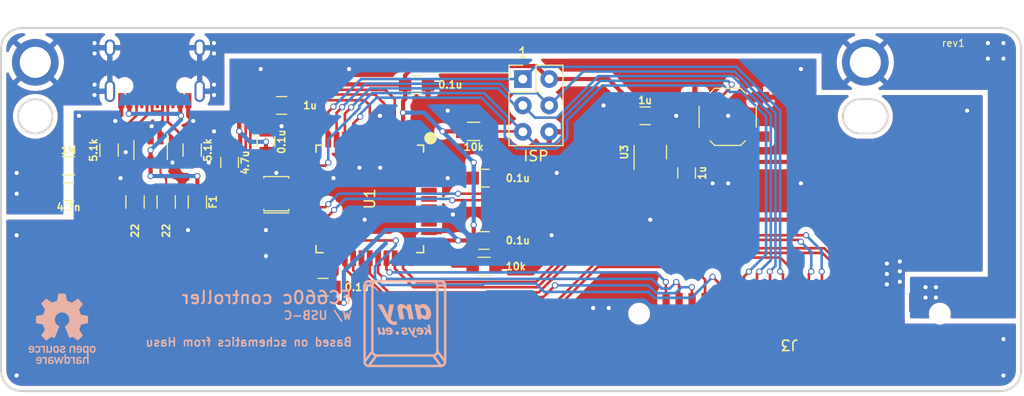
<source format=kicad_pcb>
(kicad_pcb (version 20211014) (generator pcbnew)
  (layers (0 "F.Cu" signal) (31 "B.Cu" signal) (34 "B.Paste" user) (35 "F.Paste" user) (36 "B.SilkS" user "B.Silkscreen") (37 "F.SilkS" user "F.Silkscreen") (38 "B.Mask" user) (39 "F.Mask" user) (44 "Edge.Cuts" user))
  (net 0 "")
  (net 1 "GND")
  (net 2 "VCC")
  (net 3 "RST")
  (net 4 "Earth")
  (net 5 "+3V3")
  (net 7 "Net-(C7-Pad1)")
  (net 8 "Net-(J1-Pad4)")
  (net 10 "P8")
  (net 11 "P1")
  (net 12 "P2")
  (net 13 "P3")
  (net 14 "P4")
  (net 15 "MOSI")
  (net 16 "MISO")
  (net 17 "P5")
  (net 18 "P6")
  (net 19 "P7")
  (net 20 "P11")
  (net 21 "P12")
  (net 22 "P13")
  (net 23 "P14")
  (net 24 "P15")
  (net 36 "D-")
  (net 37 "D+")
  (net 38 "VBUS")
  (net 39 "Net-(U1-Pad17)")
  (net 40 "Net-(U1-Pad16)")
  (net 41 "Net-(J1-Pad5)")
  (net 42 "Net-(R2-Pad2)")
  (net 43 "Net-(R4-Pad1)")
  (net 44 "Net-(R1-Pad2)")
  (net 45 "Net-(J1-Pad6)")
  (net 46 "Net-(J1-Pad10)")
  (footprint "Keeb_components:C_0805" (layer "F.Cu") (at 62 8.5)
    (fp_text reference "C9")
    (fp_text value "1u")
  )
  (footprint "Keeb_components:C_0805" (layer "F.Cu") (at 46.5 20.5)
    (fp_text reference "C2")
    (fp_text value "0.1u")
  )
  (footprint "Keeb_components:C_0805" (layer "F.Cu") (at 25.5 11 90)
    (fp_text reference "C5")
    (fp_text value "0.1u")
  )
  (footprint "Keeb_components:F_0805" (layer "F.Cu") (at 18.9 16.8 90)
    (fp_text reference "F1")
    (fp_text value "Polyfuse_Small" hide)
  )
  (footprint "Keeb_components:R_0805" (layer "F.Cu") (at 18.4 11.8 -90)
    (fp_text reference "R5" hide)
    (fp_text value "5.1k")
  )
  (footprint "Keeb_components:HRO-TYPE-C-31-M-12" (layer "F.Cu") (at 14.8 -0.65)
    (fp_text reference "J1")
    (fp_text value "HRO-TYPE-C-31-M-12")
  )
  (footprint "Keeb_components:C_0805" (layer "F.Cu") (at 22 13 90)
    (fp_text reference "C6")
    (fp_text value "4.7u")
  )
  (footprint "Keeb_components:C_0805" (layer "F.Cu") (at 27 7.5 180)
    (fp_text reference "C7")
    (fp_text value "1u")
  )
  (footprint "Keeb_components:C_0805" (layer "F.Cu") (at 40 5.5)
    (fp_text reference "C3")
    (fp_text value "0.1u")
  )
  (footprint "footprints:DF14-20P-1.25H" (layer "F.Cu") (at 75.9 27.55 180)
    (fp_text reference "J3")
    (fp_text value "DF14-20P-1.25H")
  )
  (footprint "Keeb_components:C_0805" (layer "F.Cu") (at 6.5 15.8)
    (fp_text reference "C8")
    (fp_text value "4.7n")
  )
  (footprint "Keeb_components:C_0805" (layer "F.Cu") (at 46.5 14.5)
    (fp_text reference "C1")
    (fp_text value "0.1u")
  )
  (footprint "footprints:screw" (layer "F.Cu") (at 3.3 3.35)
    (fp_text reference "S1" hide)
    (fp_text value "SCREW" hide)
  )
  (footprint "Keeb_components:C_0805" (layer "F.Cu") (at 66 14 -90)
    (fp_text reference "C10")
    (fp_text value "1u")
  )
  (footprint "Keeb_components:R_0805" (layer "F.Cu") (at 46.5 23)
    (fp_text reference "R4" hide)
    (fp_text value "10k")
  )
  (footprint "Keeb_components:Resonator_SMD_muRata_CSTNExxV-3Pin-p1.2" (layer "F.Cu") (at 26.5 16 90)
    (fp_text reference "X1" hide)
    (fp_text value "16mhz")
  )
  (footprint "Keeb_components:R_0805" (layer "F.Cu") (at 12.9 16.8 -90)
    (fp_text reference "R1" hide)
    (fp_text value "22")
  )
  (footprint "Package_TO_SOT_SMD:SOT-23" (layer "F.Cu") (at 62.5 12 90)
    (fp_text reference "U3")
    (fp_text value "XC6206P332MR")
  )
  (footprint "footprints:screw" (layer "F.Cu") (at 83.2 3.35)
    (fp_text reference "S2" hide)
    (fp_text value "SCREW" hide)
  )
  (footprint "Keeb_components:R_0805" (layer "F.Cu") (at 10.4 11.8 -90)
    (fp_text reference "R6" hide)
    (fp_text value "5.1k")
  )
  (footprint "Keeb_components:C_0805" (layer "F.Cu") (at 31 25 180)
    (fp_text reference "C4")
    (fp_text value "0.1u")
  )
  (footprint "Keeb_components:isp_standard" (layer "F.Cu") (at 51.5 7.5)
    (fp_text reference "J2" hide)
    (fp_text value "ISP")
  )
  (footprint "Keeb_components:ATMEGA32U4" (layer "F.Cu") (at 35.5 16.5 180)
    (fp_text reference "U1")
    (fp_text value "ATmega32U4")
  )
  (footprint "Button_Switch_SMD:SW_SPST_TL3342" (layer "F.Cu") (at 69.95 8.6)
    (fp_text reference "SW1" hide)
    (fp_text value "SW_PUSH")
  )
  (footprint "Keeb_components:R_0805" (layer "F.Cu") (at 6.5 13.3 180)
    (fp_text reference "R7" hide)
    (fp_text value "1M")
  )
  (footprint "Keeb_components:USBLC6-2SC6" (layer "F.Cu") (at 14.4 11.8 90)
    (fp_text reference "U2" hide)
    (fp_text value "USBLC6-2SC6")
  )
  (footprint "Keeb_components:R_0805" (layer "F.Cu") (at 15.9 16.8 -90)
    (fp_text reference "R2" hide)
    (fp_text value "22")
  )
  (footprint "Keeb_components:R_0805" (layer "F.Cu") (at 45.5 10)
    (fp_text reference "R3" hide)
    (fp_text value "10k")
  )
  (footprint "Keeb_components:logo" (layer "B.Cu") (at 38.876568 28.5 180)
    (fp_text reference "G***" hide)
    (fp_text value "LOGO" hide)
  )
  (footprint "Keeb_components:oshw" (layer "B.Cu") (at 5.876568 29 180)
    (fp_text reference "G***" hide)
    (fp_text value "LOGO" hide)
  )
  (gr_circle (center 3.3 8.55) (end 4.95 8.55) (layer "Edge.Cuts") (width 0.2) (fill none))
  (gr_arc (start 83.7 6.9) (mid 85.35 8.55) (end 83.7 10.2) (layer "Edge.Cuts") (width 0.2))
  (gr_line (start 0 33) (end 0 2.05) (layer "Edge.Cuts") (width 0.2))
  (gr_line (start 83.7 10.2) (end 82.699999 10.2) (layer "Edge.Cuts") (width 0.2))
  (gr_arc (start 98.199999 33.000001) (mid 97.614213 34.414214) (end 96.2 35) (layer "Edge.Cuts") (width 0.2))
  (gr_arc (start 2 35) (mid 0.585786 34.414214) (end 0 33) (layer "Edge.Cuts") (width 0.2))
  (gr_line (start 98.2 2.05) (end 98.2 33) (layer "Edge.Cuts") (width 0.2))
  (gr_arc (start 96.2 0.05) (mid 97.614214 0.635786) (end 98.2 2.05) (layer "Edge.Cuts") (width 0.2))
  (gr_arc (start 82.699999 10.2) (mid 81.049999 8.55) (end 82.699999 6.9) (layer "Edge.Cuts") (width 0.2))
  (gr_line (start 1.999999 0.05) (end 96.2 0.050001) (layer "Edge.Cuts") (width 0.2))
  (gr_line (start 82.699999 6.9) (end 83.7 6.9) (layer "Edge.Cuts") (width 0.2))
  (gr_line (start 96.2 35) (end 1.999999 35) (layer "Edge.Cuts") (width 0.2))
  (gr_arc (start -0.000001 2.05) (mid 0.585785 0.635786) (end 1.999999 0.05) (layer "Edge.Cuts") (width 0.2))
  (gr_text "W/ USB-C\n\nBased on schematics from Hasu" (at 33.876568 29) (layer "B.SilkS") (effects (font (size 0.8 0.8)) (justify left mirror)))
  (gr_text "FC660c controller" (at 33.876568 26) (layer "B.SilkS") (effects (font (size 1.2 1.2) (thickness 0.2)) (justify left mirror)))
  (gr_text "rev1" (at 90.5 1.5) (layer "F.SilkS") (effects (font (size 0.7 0.7) (thickness 0.1)) (justify left)))
  (segment (start 85.275 23.725) (end 85.275 22.725) (width 0.4) (layer "F.Cu") (net 1))
  (segment (start 25.9 8.6) (end 25.5 9) (width 0.4) (layer "F.Cu") (net 1))
  (segment (start 31.6 14.9) (end 32 14.5) (width 0.4) (layer "F.Cu") (net 1))
  (segment (start 86.525 24.475) (end 86.525 23.475) (width 0.4) (layer "F.Cu") (net 1))
  (segment (start 11.575 8.425) (end 11 9) (width 0.4) (layer "F.Cu") (net 1))
  (segment (start 36.3 10.8) (end 36.3 8.6755) (width 0.4) (layer "F.Cu") (net 1))
  (segment (start 18.025 8.525) (end 18.5 9) (width 0.4) (layer "F.Cu") (net 1))
  (segment (start 18.025 7.045) (end 18.025 8.525) (width 0.4) (layer "F.Cu") (net 1))
  (segment (start 11.575 7.045) (end 11.575 8.425) (width 0.4) (layer "F.Cu") (net 1))
  (segment (start 86.525 26.45) (end 86.525 24.475) (width 0.4) (layer "F.Cu") (net 1))
  (segment (start 28 14) (end 26.5 14) (width 0.4) (layer "F.Cu") (net 1))
  (segment (start 43 13.95) (end 43 14.5) (width 0.4) (layer "F.Cu") (net 1))
  (segment (start 86.525 23.475) (end 86.525 22.525) (width 0.4) (layer "F.Cu") (net 1))
  (segment (start 28.9 14.9) (end 28 14) (width 0.4) (layer "F.Cu") (net 1))
  (segment (start 29.8 14.9) (end 31.6 14.9) (width 0.4) (layer "F.Cu") (net 1))
  (segment (start 41.2 19.7) (end 42.3 19.7) (width 0.4) (layer "F.Cu") (net 1))
  (segment (start 42.3 19.7) (end 43.5 18.5) (width 0.4) (layer "F.Cu") (net 1))
  (segment (start 85.275 24.725) (end 85.275 23.725) (width 0.4) (layer "F.Cu") (net 1))
  (segment (start 43.5 18.5) (end 43.5 18) (width 0.4) (layer "F.Cu") (net 1))
  (segment (start 36.3 8.6755) (end 36.4755 8.5) (width 0.4) (layer "F.Cu") (net 1))
  (segment (start 25.9 7.5) (end 25.9 8.6) (width 0.4) (layer "F.Cu") (net 1))
  (segment (start 41.2 13.3) (end 42.35 13.3) (width 0.4) (layer "F.Cu") (net 1))
  (segment (start 29.8 14.9) (end 28.9 14.9) (width 0.4) (layer "F.Cu") (net 1))
  (segment (start 25.5 9) (end 25.5 9.9) (width 0.4) (layer "F.Cu") (net 1))
  (segment (start 42.35 13.3) (end 43 13.95) (width 0.4) (layer "F.Cu") (net 1))
  (segment (start 85.275 26.45) (end 85.275 24.725) (width 0.4) (layer "F.Cu") (net 1))
  (via (at 25.5 22) (size 0.6) (drill 0.4) (layers "F.Cu" "B.Cu") (net 1))
  (via (at 77 15) (size 0.6) (drill 0.4) (layers "F.Cu" "B.Cu") (net 1))
  (via (at 86.525 23.475) (size 0.6) (drill 0.4) (layers "F.Cu" "B.Cu") (net 1))
  (via (at 35 18.5) (size 0.6) (drill 0.4) (layers "F.Cu" "B.Cu") (net 1))
  (via (at 53.5 14) (size 0.6) (drill 0.4) (layers "F.Cu" "B.Cu") (net 1))
  (via (at 27 9.5) (size 0.6) (drill 0.4) (layers "F.Cu" "B.Cu") (net 1))
  (via (at 53 20) (size 0.6) (drill 0.4) (layers "F.Cu" "B.Cu") (net 1))
  (via (at 65 8.5) (size 0.6) (drill 0.4) (layers "F.Cu" "B.Cu") (net 1))
  (via (at 16.5 13) (size 0.6) (drill 0.4) (layers "F.Cu" "B.Cu") (net 1))
  (via (at 20.5 10) (size 0.6) (drill 0.4) (layers "F.Cu" "B.Cu") (net 1))
  (via (at 1.5 33.5) (size 0.6) (drill 0.4) (layers "F.Cu" "B.Cu") (net 1))
  (via (at 18.5 9) (size 0.6) (drill 0.4) (layers "F.Cu" "B.Cu") (net 1))
  (via (at 86.525 24.475) (size 0.6) (drill 0.4) (layers "F.Cu" "B.Cu") (net 1))
  (via (at 26.5 14) (size 0.6) (drill 0.4) (layers "F.Cu" "B.Cu") (net 1))
  (via (at 68.5 15) (size 0.6) (drill 0.4) (layers "F.Cu" "B.Cu") (net 1))
  (via (at 43 14.5) (size 0.6) (drill 0.4) (layers "F.Cu" "B.Cu") (net 1))
  (via (at 43 8) (size 0.6) (drill 0.4) (layers "F.Cu" "B.Cu") (net 1))
  (via (at 58.5 27) (size 0.6) (drill 0.4) (layers "F.Cu" "B.Cu") (net 1))
  (via (at 70 8.5) (size 0.6) (drill 0.4) (layers "F.Cu" "B.Cu") (net 1))
  (via (at 85.275 22.725) (size 0.6) (drill 0.4) (layers "F.Cu" "B.Cu") (net 1))
  (via (at 62.5 18.5) (size 0.6) (drill 0.4) (layers "F.Cu" "B.Cu") (net 1))
  (via (at 43.5 18) (size 0.6) (drill 0.4) (layers "F.Cu" "B.Cu") (net 1))
  (via (at 11 9) (size 0.6) (drill 0.4) (layers "F.Cu" "B.Cu") (net 1))
  (via (at 12 12) (size 0.6) (drill 0.4) (layers "F.Cu" "B.Cu") (net 1))
  (via (at 93 8) (size 0.6) (drill 0.4) (layers "F.Cu" "B.Cu") (net 1))
  (via (at 14.5 9.5) (size 0.6) (drill 0.4) (layers "F.Cu" "B.Cu") (net 1))
  (via (at 96.5 33.5) (size 0.6) (drill 0.4) (layers "F.Cu" "B.Cu") (net 1))
  (via (at 36.4755 8.5) (size 0.6) (drill 0.4) (layers "F.Cu" "B.Cu") (net 1))
  (via (at 70 15) (size 0.6) (drill 0.4) (layers "F.Cu" "B.Cu") (net 1))
  (via (at 1.5 20) (size 0.6) (drill 0.4) (layers "F.Cu" "B.Cu") (net 1))
  (via (at 57 27) (size 0.6) (drill 0.4) (layers "F.Cu" "B.Cu") (net 1))
  (via (at 11.5 14.5) (size 0.6) (drill 0.4) (layers "F.Cu" "B.Cu") (net 1))
  (via (at 20 13) (size 0.6) (drill 0.4) (layers "F.Cu" "B.Cu") (net 1))
  (via (at 96.5 30) (size 0.6) (drill 0.4) (layers "F.Cu" "B.Cu") (net 1))
  (via (at 36.5 13.5) (size 0.6) (drill 0.4) (layers "F.Cu" "B.Cu") (net 1))
  (via (at 25 4) (size 0.6) (drill 0.4) (layers "F.Cu" "B.Cu") (net 1))
  (via (at 33.5 4) (size 0.6) (drill 0.4) (layers "F.Cu" "B.Cu") (net 1))
  (via (at 85.275 24.725) (size 0.6) (drill 0.4) (layers "F.Cu" "B.Cu") (net 1))
  (via (at 7.5 8.5) (size 0.6) (drill 0.4) (layers "F.Cu" "B.Cu") (net 1))
  (via (at 34.5 13.5) (size 0.6) (drill 0.4) (layers "F.Cu" "B.Cu") (net 1))
  (via (at 86.525 22.525) (size 0.6) (drill 0.4) (layers "F.Cu" "B.Cu") (net 1))
  (via (at 85.275 23.725) (size 0.6) (drill 0.4) (layers "F.Cu" "B.Cu") (net 1))
  (via (at 32 14.5) (size 0.6) (drill 0.4) (layers "F.Cu" "B.Cu") (net 1))
  (via (at 18 19.5) (size 0.6) (drill 0.4) (layers "F.Cu" "B.Cu") (net 1))
  (via (at 58 7.5) (size 0.6) (drill 0.4) (layers "F.Cu" "B.Cu") (net 1))
  (via (at 25.5 19.5) (size 0.6) (drill 0.4) (layers "F.Cu" "B.Cu") (net 1))
  (via (at 77 4) (size 0.6) (drill 0.4) (layers "F.Cu" "B.Cu") (net 1))
  (segment (start 23.024511 10.07402) (end 22.92598 9.975489) (width 0.4) (layer "F.Cu") (net 2))
  (segment (start 34.7 10.8) (end 34.7 11.824022) (width 0.4) (layer "F.Cu") (net 2))
  (segment (start 60.9 8.5) (end 60.9 10.4) (width 0.4) (layer "F.Cu") (net 2))
  (segment (start 28.94785 14.1) (end 26.94785 12.1) (width 0.4) (layer "F.Cu") (net 2))
  (segment (start 41.2 20.5) (end 45.4 20.5) (width 0.4) (layer "F.Cu") (net 2))
  (segment (start 29.8 14.1) (end 28.94785 14.1) (width 0.4) (layer "F.Cu") (net 2))
  (segment (start 45.5 20.4) (end 45.4 20.5) (width 0.4) (layer "F.Cu") (net 2))
  (segment (start 44.4 10) (end 42.5 10) (width 0.4) (layer "F.Cu") (net 2))
  (segment (start 82.775 21.775) (end 79.5 18.5) (width 0.4) (layer "F.Cu") (net 2))
  (segment (start 22.92598 7.332237) (end 24.782737 5.47548) (width 0.4) (layer "F.Cu") (net 2))
  (segment (start 38.9 6.9) (end 38.9 5.5) (width 0.4) (layer "F.Cu") (net 2))
  (segment (start 26.94785 12.1) (end 25.5 12.1) (width 0.4) (layer "F.Cu") (net 2))
  (segment (start 22 14.1) (end 23.024511 13.075489) (width 0.4) (layer "F.Cu") (net 2))
  (segment (start 41.2 12.5) (end 42.5 12.5) (width 0.4) (layer "F.Cu") (net 2))
  (segment (start 35.375978 12.5) (end 38.024022 12.5) (width 0.4) (layer "F.Cu") (net 2))
  (segment (start 32.1 23.9) (end 32.3 23.7) (width 0.4) (layer "F.Cu") (net 2))
  (segment (start 32.3 22.2) (end 32.3 23.7) (width 0.4) (layer "F.Cu") (net 2))
  (segment (start 22 18) (end 21 19) (width 0.4) (layer "F.Cu") (net 2))
  (segment (start 45.5 19) (end 45.5 20.4) (width 0.4) (layer "F.Cu") (net 2))
  (segment (start 39.789511 3.710489) (end 38.9 4.6) (width 0.4) (layer "F.Cu") (net 2))
  (segment (start 62.5 16.5) (end 62.5 11.0625) (width 0.4) (layer "F.Cu") (net 2))
  (segment (start 38.7 10.8) (end 38.7 7.1) (width 0.4) (layer "F.Cu") (net 2))
  (segment (start 58.46 4.96) (end 60.9 7.4) (width 0.4) (layer "F.Cu") (net 2))
  (segment (start 64.5 18.5) (end 62.5 16.5) (width 0.4) (layer "F.Cu") (net 2))
  (segment (start 38.87548 5.47548) (end 38.9 5.5) (width 0.4) (layer "F.Cu") (net 2))
  (segment (start 44.5 14.5) (end 45.4 14.5) (width 0.4) (layer "F.Cu") (net 2))
  (segment (start 20 19) (end 18.9 17.9) (width 0.4) (layer "F.Cu") (net 2))
  (segment (start 38.7 11.824022) (end 38.7 10.8) (width 0.4) (layer "F.Cu") (net 2))
  (segment (start 38.9 4.6) (end 38.9 5.5) (width 0.4) (layer "F.Cu") (net 2))
  (segment (start 22.92598 9.975489) (end 22.92598 7.332237) (width 0.4) (layer "F.Cu") (net 2))
  (segment (start 38.024022 12.5) (end 38.7 11.824022) (width 0.4) (layer "F.Cu") (net 2))
  (segment (start 25.5 12.1) (end 25.5 11) (width 0.4) (layer "F.Cu") (net 2))
  (segment (start 52.77 4.96) (end 51.520489 3.710489) (width 0.4) (layer "F.Cu") (net 2))
  (segment (start 45.5 13) (end 45.5 14.4) (width 0.4) (layer "F.Cu") (net 2))
  (segment (start 51.520489 3.710489) (end 39.789511 3.710489) (width 0.4) (layer "F.Cu") (net 2))
  (segment (start 23.024511 13.075489) (end 23.024511 10.07402) (width 0.4) (layer "F.Cu") (net 2))
  (segment (start 32.1 25) (end 32.1 26.1) (width 0.4) (layer "F.Cu") (net 2))
  (segment (start 60.9 10.4) (end 61.5625 11.0625) (width 0.4) (layer "F.Cu") (net 2))
  (segment (start 45.5 14.4) (end 45.4 14.5) (width 0.4) (layer "F.Cu") (net 2))
  (segment (start 61.5625 11.0625) (end 62.5 11.0625) (width 0.4) (layer "F.Cu") (net 2))
  (segment (start 32.1 26.1) (end 32.5 26.5) (width 0.4) (layer "F.Cu") (net 2))
  (segment (start 21 19) (end 20 19) (width 0.4) (layer "F.Cu") (net 2))
  (segment (start 34.7 11.824022) (end 35.375978 12.5) (width 0.4) (layer "F.Cu") (net 2))
  (segment (start 32.1 25) (end 32.1 23.9) (width 0.4) (layer "F.Cu") (net 2))
  (segment (start 42.5 12.5) (end 44.5 14.5) (width 0.4) (layer "F.Cu") (net 2))
  (segment (start 79.5 18.5) (end 64.5 18.5) (width 0.4) (layer "F.Cu") (net 2))
  (segment (start 82.775 26.45) (end 82.775 21.775) (width 0.4) (layer "F.Cu") (net 2))
  (segment (start 60.9 7.4) (end 60.9 8.5) (width 0.4) (layer "F.Cu") (net 2))
  (segment (start 38.7 7.1) (end 38.9 6.9) (width 0.4) (layer "F.Cu") (net 2))
  (segment (start 22 14.1) (end 22 18) (width 0.4) (layer "F.Cu") (net 2))
  (segment (start 52.77 4.96) (end 58.46 4.96) (width 0.4) (layer "F.Cu") (net 2))
  (segment (start 24.782737 5.47548) (end 38.87548 5.47548) (width 0.4) (layer "F.Cu") (net 2))
  (segment (start 33 26.5) (end 32.5 26.5) (width 0.4) (layer "F.Cu") (net 2))
  (via (at 33 26.5) (size 0.6) (drill 0.4) (layers "F.Cu" "B.Cu") (net 2))
  (via (at 45.5 19) (size 0.6) (drill 0.4) (layers "F.Cu" "B.Cu") (net 2))
  (via (at 25.5 11) (size 0.6) (drill 0.4) (layers "F.Cu" "B.Cu") (net 2))
  (via (at 42.5 10) (size 0.6) (drill 0.4) (layers "F.Cu" "B.Cu") (net 2))
  (via (at 22.92598 9.975489) (size 0.6) (drill 0.4) (layers "F.Cu" "B.Cu") (net 2))
  (via (at 44 20.5) (size 0.6) (drill 0.4) (layers "F.Cu" "B.Cu") (net 2))
  (via (at 38.7 8.2) (size 0.6) (drill 0.4) (layers "F.Cu" "B.Cu") (net 2))
  (via (at 45.5 13) (size 0.6) (drill 0.4) (layers "F.Cu" "B.Cu") (net 2))
  (segment (start 25.5 11) (end 23.950491 11) (width 0.4) (layer "B.Cu") (net 2))
  (segment (start 40.7 8.2) (end 38.7 8.2) (width 0.4) (layer "B.Cu") (net 2))
  (segment (start 45.5 13) (end 45.5 19) (width 0.4) (layer "B.Cu") (net 2))
  (segment (start 37 19.5) (end 34.5 22) (width 0.4) (layer "B.Cu") (net 2))
  (segment (start 34.5 22) (end 33 23.5) (width 0.4) (layer "B.Cu") (net 2))
  (segment (start 42.5 10) (end 40.7 8.2) (width 0.4) (layer "B.Cu") (net 2))
  (segment (start 33 23.5) (end 33 26.5) (width 0.4) (layer "B.Cu") (net 2))
  (segment (start 43 19.5) (end 38 19.5) (width 0.4) (layer "B.Cu") (net 2))
  (segment (start 45.5 13) (end 42.5 10) (width 0.4) (layer "B.Cu") (net 2))
  (segment (start 38 19.5) (end 37 19.5) (width 0.4) (layer "B.Cu") (net 2))
  (segment (start 44 20.5) (end 43 19.5) (width 0.4) (layer "B.Cu") (net 2))
  (segment (start 23.950491 11) (end 22.92598 9.975489) (width 0.4) (layer "B.Cu") (net 2))
  (segment (start 70.337348 5.662652) (end 70.337348 5.491962) (width 0.25) (layer "F.Cu") (net 3))
  (segment (start 31.2 13.3) (end 31.5 13) (width 0.25) (layer "F.Cu") (net 3))
  (segment (start 46.6 10) (end 50.19 10) (width 0.25) (layer "F.Cu") (net 3))
  (segment (start 66.8 9.2) (end 70.337348 5.662652) (width 0.25) (layer "F.Cu") (net 3))
  (segment (start 66.8 10.5) (end 73.1 10.5) (width 0.25) (layer "F.Cu") (net 3))
  (segment (start 50.19 10) (end 50.23 10.04) (width 0.25) (layer "F.Cu") (net 3))
  (segment (start 29.8 13.3) (end 31.2 13.3) (width 0.25) (layer "F.Cu") (net 3))
  (segment (start 66.8 10.5) (end 66.8 9.2) (width 0.25) (layer "F.Cu") (net 3))
  (via (at 31.5 13) (size 0.6) (drill 0.4) (layers "F.Cu" "B.Cu") (net 3))
  (via (at 70.337348 5.491962) (size 0.6) (drill 0.4) (layers "F.Cu" "B.Cu") (net 3))
  (segment (start 35.718013 6.30856) (end 34.5 7.526573) (width 0.25) (layer "B.Cu") (net 3))
  (segment (start 34.5 7.774048) (end 31.5 10.774048) (width 0.25) (layer "B.Cu") (net 3))
  (segment (start 31.5 10.774048) (end 31.5 13) (width 0.25) (layer "B.Cu") (net 3))
  (segment (start 54 8.820247) (end 55.160124 7.660123) (width 0.25) (layer "B.Cu") (net 3))
  (segment (start 50.23 10.04) (end 46.49856 6.30856) (width 0.25) (layer "B.Cu") (net 3))
  (segment (start 57.686198 5.134049) (end 58.5 5.134049) (width 0.25) (layer "B.Cu") (net 3))
  (segment (start 53.285489 11.214511) (end 54 10.5) (width 0.25) (layer "B.Cu") (net 3))
  (segment (start 51.404511 11.214511) (end 53.285489 11.214511) (width 0.25) (layer "B.Cu") (net 3))
  (segment (start 54 9) (end 54 8.820247) (width 0.25) (layer "B.Cu") (net 3))
  (segment (start 69.979435 5.134049) (end 70.337348 5.491962) (width 0.25) (layer "B.Cu") (net 3))
  (segment (start 50.23 10.04) (end 51.404511 11.214511) (width 0.25) (layer "B.Cu") (net 3))
  (segment (start 46.49856 6.30856) (end 35.718013 6.30856) (width 0.25) (layer "B.Cu") (net 3))
  (segment (start 54 10.5) (end 54 9) (width 0.25) (layer "B.Cu") (net 3))
  (segment (start 55.160124 7.660123) (end 57.686198 5.134049) (width 0.25) (layer "B.Cu") (net 3))
  (segment (start 58.5 5.134049) (end 69.979435 5.134049) (width 0.25) (layer "B.Cu") (net 3))
  (segment (start 34.5 7.526573) (end 34.5 7.774048) (width 0.25) (layer "B.Cu") (net 3))
  (via (at 95 3) (size 0.6) (drill 0.4) (layers "F.Cu" "B.Cu") (net 4))
  (via (at 9 5.5) (size 0.6) (drill 0.4) (layers "F.Cu" "B.Cu") (net 4))
  (via (at 89 26) (size 0.6) (drill 0.4) (layers "F.Cu" "B.Cu") (net 4))
  (via (at 95 1.5) (size 0.6) (drill 0.4) (layers "F.Cu" "B.Cu") (net 4))
  (via (at 1.5 14) (size 0.6) (drill 0.4) (layers "F.Cu" "B.Cu") (net 4))
  (via (at 90 25) (size 0.6) (drill 0.4) (layers "F.Cu" "B.Cu") (net 4))
  (via (at 96.5 3) (size 0.6) (drill 0.4) (layers "F.Cu" "B.Cu") (net 4))
  (via (at 20.5 5.5) (size 0.6) (drill 0.4) (layers "F.Cu" "B.Cu") (net 4))
  (via (at 89 25) (size 0.6) (drill 0.4) (layers "F.Cu" "B.Cu") (net 4))
  (via (at 20.5 1.5) (size 0.6) (drill 0.4) (layers "F.Cu" "B.Cu") (net 4))
  (via (at 20.5 2.5) (size 0.6) (drill 0.4) (layers "F.Cu" "B.Cu") (net 4))
  (via (at 9 2.5) (size 0.6) (drill 0.4) (layers "F.Cu" "B.Cu") (net 4))
  (via (at 96.5 1.5) (size 0.6) (drill 0.4) (layers "F.Cu" "B.Cu") (net 4))
  (via (at 9 6.5) (size 0.6) (drill 0.4) (layers "F.Cu" "B.Cu") (net 4))
  (via (at 90 26) (size 0.6) (drill 0.4) (layers "F.Cu" "B.Cu") (net 4))
  (via (at 20.5 6.5) (size 0.6) (drill 0.4) (layers "F.Cu" "B.Cu") (net 4))
  (via (at 1.5 16) (size 0.6) (drill 0.4) (layers "F.Cu" "B.Cu") (net 4))
  (via (at 9 1.5) (size 0.6) (drill 0.4) (layers "F.Cu" "B.Cu") (net 4))
  (segment (start 84.025 26.45) (end 84.025 19.525) (width 0.4) (layer "F.Cu") (net 5))
  (segment (start 67 13) (end 66.1 13) (width 0.4) (layer "F.Cu") (net 5))
  (segment (start 77.4375 12.9375) (end 67.0625 12.9375) (width 0.4) (layer "F.Cu") (net 5))
  (segment (start 66 12.9) (end 63.4875 12.9) (width 0.4) (layer "F.Cu") (net 5))
  (segment (start 67.0625 12.9375) (end 67 13) (width 0.4) (layer "F.Cu") (net 5))
  (segment (start 66.1 13) (end 66 12.9) (width 0.4) (layer "F.Cu") (net 5))
  (segment (start 84.025 19.525) (end 77.4375 12.9375) (width 0.4) (layer "F.Cu") (net 5))
  (segment (start 63.4875 12.9) (end 63.45 12.9375) (width 0.4) (layer "F.Cu") (net 5))
  (segment (start 29 7.5) (end 29.5 7) (width 0.25) (layer "F.Cu") (net 7))
  (segment (start 35.5 7.5) (end 35.5 10.8) (width 0.25) (layer "F.Cu") (net 7))
  (segment (start 29.5 7) (end 35 7) (width 0.25) (layer "F.Cu") (net 7))
  (segment (start 35 7) (end 35.5 7.5) (width 0.25) (layer "F.Cu") (net 7))
  (segment (start 28.1 7.5) (end 29 7.5) (width 0.25) (layer "F.Cu") (net 7))
  (segment (start 17.7 10.7) (end 18.4 10.7) (width 0.25) (layer "F.Cu") (net 8))
  (segment (start 16.05 9.05) (end 17.7 10.7) (width 0.25) (layer "F.Cu") (net 8))
  (segment (start 16.05 7.045) (end 16.05 9.05) (width 0.25) (layer "F.Cu") (net 8))
  (segment (start 33.1 10.8) (end 33.1 8.290855) (width 0.25) (layer "F.Cu") (net 10))
  (segment (start 73 23.5) (end 72.775 23.725) (width 0.25) (layer "F.Cu") (net 10))
  (segment (start 33.1 8.290855) (end 33.703051 7.687804) (width 0.25) (layer "F.Cu") (net 10))
  (segment (start 72.775 23.725) (end 72.775 26.45) (width 0.25) (layer "F.Cu") (net 10))
  (via (at 33.703051 7.687804) (size 0.6) (drill 0.4) (layers "F.Cu" "B.Cu") (net 10))
  (via (at 73 23.5) (size 0.6) (drill 0.4) (layers "F.Cu" "B.Cu") (net 10))
  (segment (start 53.510018 8.674511) (end 57.5 4.684529) (width 0.25) (layer "B.Cu") (net 10))
  (segment (start 47.85904 5.85904) (end 49.5 7.5) (width 0.25) (layer "B.Cu") (net 10))
  (segment (start 49.5 7.5) (end 50.23 7.5) (width 0.25) (layer "B.Cu") (net 10))
  (segment (start 57.5 4.684529) (end 62.5 4.684529) (width 0.25) (layer "B.Cu") (net 10))
  (segment (start 74.10096 13) (end 74.10096 22.39904) (width 0.25) (layer "B.Cu") (net 10))
  (segment (start 51.404511 8.674511) (end 53.510018 8.674511) (width 0.25) (layer "B.Cu") (net 10))
  (segment (start 62.5 4.684529) (end 70.413093 4.684529) (width 0.25) (layer "B.Cu") (net 10))
  (segment (start 70.413093 4.684529) (end 73.114282 7.385718) (width 0.25) (layer "B.Cu") (net 10))
  (segment (start 35.531815 5.85904) (end 47.85904 5.85904) (width 0.25) (layer "B.Cu") (net 10))
  (segment (start 73.114282 7.385718) (end 74.10096 8.372396) (width 0.25) (layer "B.Cu") (net 10))
  (segment (start 74.10096 22.39904) (end 73.5 23) (width 0.25) (layer "B.Cu") (net 10))
  (segment (start 50.23 7.5) (end 51.404511 8.674511) (width 0.25) (layer "B.Cu") (net 10))
  (segment (start 33.703051 7.687804) (end 35.531815 5.85904) (width 0.25) (layer "B.Cu") (net 10))
  (segment (start 73.5 23) (end 73 23.5) (width 0.25) (layer "B.Cu") (net 10))
  (segment (start 74.10096 8.372396) (end 74.10096 13) (width 0.25) (layer "B.Cu") (net 10))
  (segment (start 37.1 23.2743) (end 37.4004 23.5747) (width 0.25) (layer "F.Cu") (net 11))
  (segment (start 64 24.5) (end 64 26.425) (width 0.25) (layer "F.Cu") (net 11))
  (segment (start 37.1 22.2) (end 37.1 23.2743) (width 0.25) (layer "F.Cu") (net 11))
  (segment (start 64 26.425) (end 64.025 26.45) (width 0.25) (layer "F.Cu") (net 11))
  (via (at 37.4004 23.5747) (size 0.6) (drill 0.4) (layers "F.Cu" "B.Cu") (net 11))
  (via (at 64 24.5) (size 0.6) (drill 0.4) (layers "F.Cu" "B.Cu") (net 11))
  (segment (start 63.0747 23.5747) (end 64 24.5) (width 0.25) (layer "B.Cu") (net 11))
  (segment (start 37.4004 23.5747) (end 63.0747 23.5747) (width 0.25) (layer "B.Cu") (net 11))
  (segment (start 65.275 26.45) (end 65.275 24.775) (width 0.25) (layer "F.Cu") (net 12))
  (segment (start 36.3 22.2) (end 36.3 23.604519) (width 0.25) (layer "F.Cu") (net 12))
  (segment (start 65.275 24.775) (end 65 24.5) (width 0.25) (layer "F.Cu") (net 12))
  (segment (start 36.3 23.604519) (end 36.851223 24.155742) (width 0.25) (layer "F.Cu") (net 12))
  (via (at 65 24.5) (size 0.6) (drill 0.4) (layers "F.Cu" "B.Cu") (net 12))
  (via (at 36.851223 24.155742) (size 0.6) (drill 0.4) (layers "F.Cu" "B.Cu") (net 12))
  (segment (start 36.894692 24.199211) (end 62.674991 24.199211) (width 0.25) (layer "B.Cu") (net 12))
  (segment (start 64.375489 25.124511) (end 65 24.5) (width 0.25) (layer "B.Cu") (net 12))
  (segment (start 63.600291 25.124511) (end 64.375489 25.124511) (width 0.25) (layer "B.Cu") (net 12))
  (segment (start 36.851223 24.155742) (end 36.894692 24.199211) (width 0.25) (layer "B.Cu") (net 12))
  (segment (start 62.674991 24.199211) (end 63.600291 25.124511) (width 0.25) (layer "B.Cu") (net 12))
  (segment (start 52.205094 25.94952) (end 53.327307 24.827307) (width 0.25) (layer "F.Cu") (net 13))
  (segment (start 66.5 26.425) (end 66.525 26.45) (width 0.25) (layer "F.Cu") (net 13))
  (segment (start 37.126091 25.94952) (end 40.5 25.94952) (width 0.25) (layer "F.Cu") (net 13))
  (segment (start 66.5 25) (end 66.5 26.425) (width 0.25) (layer "F.Cu") (net 13))
  (segment (start 40.5 25.94952) (end 52.205094 25.94952) (width 0.25) (layer "F.Cu") (net 13))
  (segment (start 34.7 22.2) (end 34.7 23.52343) (width 0.25) (layer "F.Cu") (net 13))
  (segment (start 34.7 23.52343) (end 37.126091 25.94952) (width 0.25) (layer "F.Cu") (net 13))
  (via (at 53.327307 24.827307) (size 0.6) (drill 0.4) (layers "F.Cu" "B.Cu") (net 13))
  (via (at 66.5 25) (size 0.6) (drill 0.4) (layers "F.Cu" "B.Cu") (net 13))
  (segment (start 63.074031 25.574031) (end 64.925969 25.574031) (width 0.25) (layer "B.Cu") (net 13))
  (segment (start 63 25.5) (end 63.074031 25.574031) (width 0.25) (layer "B.Cu") (net 13))
  (segment (start 64.925969 25.574031) (end 65.5 25) (width 0.25) (layer "B.Cu") (net 13))
  (segment (start 65.5 25) (end 66.5 25) (width 0.25) (layer "B.Cu") (net 13))
  (segment (start 62.327307 24.827307) (end 63 25.5) (width 0.25) (layer "B.Cu") (net 13))
  (segment (start 53.327307 24.827307) (end 62.327307 24.827307) (width 0.25) (layer "B.Cu") (net 13))
  (segment (start 67.775 24.275) (end 67.775 26.45) (width 0.25) (layer "F.Cu") (net 14))
  (segment (start 53.65144 26.84856) (end 57.452909 23.047091) (width 0.25) (layer "F.Cu") (net 14))
  (segment (start 33.1 23.2) (end 36.74856 26.84856) (width 0.25) (layer "F.Cu") (net 14))
  (segment (start 57.452909 23.047091) (end 66.547091 23.047091) (width 0.25) (layer "F.Cu") (net 14))
  (segment (start 66.547091 23.047091) (end 67.775 24.275) (width 0.25) (layer "F.Cu") (net 14))
  (segment (start 33.1 22.2) (end 33.1 23.2) (width 0.25) (layer "F.Cu") (net 14))
  (segment (start 36.74856 26.84856) (end 53.65144 26.84856) (width 0.25) (layer "F.Cu") (net 14))
  (segment (start 74 23.5) (end 74.025 23.525) (width 0.25) (layer "F.Cu") (net 15))
  (segment (start 32.3 10.8) (end 32.3 8.207677) (width 0.25) (layer "F.Cu") (net 15))
  (segment (start 32.3 8.207677) (end 32.84134 7.666337) (width 0.25) (layer "F.Cu") (net 15))
  (segment (start 74.025 23.525) (end 74.025 26.45) (width 0.25) (layer "F.Cu") (net 15))
  (via (at 32.84134 7.666337) (size 0.6) (drill 0.4) (layers "F.Cu" "B.Cu") (net 15))
  (via (at 74 23.5) (size 0.6) (drill 0.4) (layers "F.Cu" "B.Cu") (net 15))
  (segment (start 57.5 4.235009) (end 70.599291 4.235009) (width 0.25) (layer "B.Cu") (net 15))
  (segment (start 49.006449 6.325489) (end 48.09048 5.40952) (width 0.25) (layer "B.Cu") (net 15))
  (segment (start 70.599291 4.235009) (end 74.55048 8.186198) (width 0.25) (layer "B.Cu") (net 15))
  (segment (start 56.034991 4.235009) (end 57.5 4.235009) (width 0.25) (layer "B.Cu") (net 15))
  (segment (start 74.55048 8.186198) (end 74.55048 8.5) (width 0.25) (layer "B.Cu") (net 15))
  (segment (start 52.77 7.5) (end 51.595489 6.325489) (width 0.25) (layer "B.Cu") (net 15))
  (segment (start 74.55048 8.5) (end 74.55048 22.94952) (width 0.25) (layer "B.Cu") (net 15))
  (segment (start 52.77 7.5) (end 56.034991 4.235009) (width 0.25) (layer "B.Cu") (net 15))
  (segment (start 48.09048 5.40952) (end 35.098157 5.40952) (width 0.25) (layer "B.Cu") (net 15))
  (segment (start 35.098157 5.40952) (end 32.84134 7.666337) (width 0.25) (layer "B.Cu") (net 15))
  (segment (start 74.55048 22.94952) (end 74 23.5) (width 0.25) (layer "B.Cu") (net 15))
  (segment (start 51.595489 6.325489) (end 49.006449 6.325489) (width 0.25) (layer "B.Cu") (net 15))
  (segment (start 31.5 8.1245) (end 32 7.6245) (width 0.25) (layer "F.Cu") (net 16))
  (segment (start 75.275 23.775) (end 75.275 26.45) (width 0.25) (layer "F.Cu") (net 16))
  (segment (start 75 23.5) (end 75.275 23.775) (width 0.25) (layer "F.Cu") (net 16))
  (segment (start 31.5 10.8) (end 31.5 8.1245) (width 0.25) (layer "F.Cu") (net 16))
  (via (at 75 23.5) (size 0.6) (drill 0.4) (layers "F.Cu" "B.Cu") (net 16))
  (via (at 32 7.6245) (size 0.6) (drill 0.4) (layers "F.Cu" "B.Cu") (net 16))
  (segment (start 32 7.6245) (end 34.6645 4.96) (width 0.25) (layer "B.Cu") (net 16))
  (segment (start 70.785489 3.785489) (end 74 7) (width 0.25) (layer "B.Cu") (net 16))
  (segment (start 51.404511 3.785489) (end 70.785489 3.785489) (width 0.25) (layer "B.Cu") (net 16))
  (segment (start 74 7) (end 75 8) (width 0.25) (layer "B.Cu") (net 16))
  (segment (start 75 8) (end 75 23.5) (width 0.25) (layer "B.Cu") (net 16))
  (segment (start 50.23 4.96) (end 51.404511 3.785489) (width 0.25) (layer "B.Cu") (net 16))
  (segment (start 34.6645 4.96) (end 50.23 4.96) (width 0.25) (layer "B.Cu") (net 16))
  (segment (start 69.025 26.45) (end 69.025 24.525) (width 0.25) (layer "F.Cu") (net 17))
  (segment (start 69.025 24.525) (end 68.5 24) (width 0.25) (layer "F.Cu") (net 17))
  (segment (start 38 20.5) (end 29.8 20.5) (width 0.25) (layer "F.Cu") (net 17))
  (via (at 38 20.5) (size 0.6) (drill 0.4) (layers "F.Cu" "B.Cu") (net 17))
  (via (at 68.5 24) (size 0.6) (drill 0.4) (layers "F.Cu" "B.Cu") (net 17))
  (segment (start 36.592541 24.780253) (end 46.368478 24.780253) (width 0.25) (layer "B.Cu") (net 17))
  (segment (start 38 21) (end 36 23) (width 0.25) (layer "B.Cu") (net 17))
  (segment (start 46.5 24.648731) (end 51.5 24.648731) (width 0.25) (layer "B.Cu") (net 17))
  (segment (start 66.476449 26.023551) (end 68.5 24) (width 0.25) (layer "B.Cu") (net 17))
  (segment (start 51.5 24.648731) (end 52.303087 25.451818) (width 0.25) (layer "B.Cu") (net 17))
  (segment (start 38 20.5) (end 38 21) (width 0.25) (layer "B.Cu") (net 17))
  (segment (start 62.887833 26.023551) (end 66.476449 26.023551) (width 0.25) (layer "B.Cu") (net 17))
  (segment (start 46.368478 24.780253) (end 46.5 24.648731) (width 0.25) (layer "B.Cu") (net 17))
  (segment (start 52.303087 25.451818) (end 62.3161 25.451818) (width 0.25) (layer "B.Cu") (net 17))
  (segment (start 62.3161 25.451818) (end 62.887833 26.023551) (width 0.25) (layer "B.Cu") (net 17))
  (segment (start 36 23) (end 36 24.187712) (width 0.25) (layer "B.Cu") (net 17))
  (segment (start 36 24.187712) (end 36.592541 24.780253) (width 0.25) (layer "B.Cu") (net 17))
  (segment (start 70.275 23.775) (end 70.275 26.45) (width 0.25) (layer "F.Cu") (net 18))
  (segment (start 36.939894 26.39904) (end 53.465242 26.39904) (width 0.25) (layer "F.Cu") (net 18))
  (segment (start 53.465242 26.39904) (end 57.266711 22.597571) (width 0.25) (layer "F.Cu") (net 18))
  (segment (start 69.097571 22.597571) (end 70.275 23.775) (width 0.25) (layer "F.Cu") (net 18))
  (segment (start 33.9 22.2) (end 33.9 23.359146) (width 0.25) (layer "F.Cu") (net 18))
  (segment (start 57.266711 22.597571) (end 69.097571 22.597571) (width 0.25) (layer "F.Cu") (net 18))
  (segment (start 33.9 23.359146) (end 36.939894 26.39904) (width 0.25) (layer "F.Cu") (net 18))
  (segment (start 33.9 10.8) (end 33.9 9.257226) (width 0.25) (layer "F.Cu") (net 19))
  (segment (start 71.525 23.975) (end 71.525 26.45) (width 0.25) (layer "F.Cu") (net 19))
  (segment (start 72 23.5) (end 71.525 23.975) (width 0.25) (layer "F.Cu") (net 19))
  (segment (start 33.9 9.257226) (end 34.578613 8.578613) (width 0.25) (layer "F.Cu") (net 19))
  (via (at 72 23.5) (size 0.6) (drill 0.4) (layers "F.Cu" "B.Cu") (net 19))
  (via (at 34.578613 8.578613) (size 0.6) (drill 0.4) (layers "F.Cu" "B.Cu") (net 19))
  (segment (start 69.545762 5.583569) (end 70.16577 6.203577) (width 0.25) (layer "B.Cu") (net 19))
  (segment (start 46.25808 6.75808) (end 48.5 9) (width 0.25) (layer "B.Cu") (net 19))
  (segment (start 34.578613 8.331153) (end 36.151686 6.75808) (width 0.25) (layer "B.Cu") (net 19))
  (segment (start 53.471687 11.664031) (end 54.5 10.635718) (width 0.25) (layer "B.Cu") (net 19))
  (segment (start 73.65144 8.558594) (end 73.65144 21.84856) (width 0.25) (layer "B.Cu") (net 19))
  (segment (start 71.296423 6.203577) (end 73.65144 8.558594) (width 0.25) (layer "B.Cu") (net 19))
  (segment (start 49.664031 11.664031) (end 53.471687 11.664031) (width 0.25) (layer "B.Cu") (net 19))
  (segment (start 54.5 8.955965) (end 57.872396 5.583569) (width 0.25) (layer "B.Cu") (net 19))
  (segment (start 57.872396 5.583569) (end 69.545762 5.583569) (width 0.25) (layer "B.Cu") (net 19))
  (segment (start 73.65144 21.84856) (end 72 23.5) (width 0.25) (layer "B.Cu") (net 19))
  (segment (start 34.578613 8.578613) (end 34.578613 8.331153) (width 0.25) (layer "B.Cu") (net 19))
  (segment (start 48.5 9) (end 48.5 10.5) (width 0.25) (layer "B.Cu") (net 19))
  (segment (start 36.151686 6.75808) (end 46.25808 6.75808) (width 0.25) (layer "B.Cu") (net 19))
  (segment (start 48.5 10.5) (end 49.664031 11.664031) (width 0.25) (layer "B.Cu") (net 19))
  (segment (start 70.16577 6.203577) (end 71.296423 6.203577) (width 0.25) (layer "B.Cu") (net 19))
  (segment (start 54.5 10.635718) (end 54.5 8.955965) (width 0.25) (layer "B.Cu") (net 19))
  (segment (start 35.5 23.687712) (end 35.5 22.2) (width 0.25) (layer "F.Cu") (net 20))
  (segment (start 76.525 26.45) (end 76.525 23.673051) (width 0.25) (layer "F.Cu") (net 20))
  (segment (start 55.123385 22.148051) (end 51.771436 25.5) (width 0.25) (layer "F.Cu") (net 20))
  (segment (start 37.312288 25.5) (end 35.5 23.687712) (width 0.25) (layer "F.Cu") (net 20))
  (segment (start 76.525 23.673051) (end 75 22.148051) (width 0.25) (layer "F.Cu") (net 20))
  (segment (start 51.771436 25.5) (end 37.312288 25.5) (width 0.25) (layer "F.Cu") (net 20))
  (segment (start 75 22.148051) (end 55.123385 22.148051) (width 0.25) (layer "F.Cu") (net 20))
  (segment (start 53.864282 18.5) (end 55.813802 20.44952) (width 0.25) (layer "F.Cu") (net 21))
  (segment (start 51.988782 16.6245) (end 53.864282 18.5) (width 0.25) (layer "F.Cu") (net 21))
  (segment (start 77.775 23.725) (end 77.775 26.45) (width 0.25) (layer "F.Cu") (net 21))
  (segment (start 31.530668 18.1) (end 32.065334 17.565334) (width 0.25) (layer "F.Cu") (net 21))
  (segment (start 55.813802 20.44952) (end 58.5 20.44952) (width 0.25) (layer "F.Cu") (net 21))
  (segment (start 76.82502 20.44952) (end 77 20.6245) (width 0.25) (layer "F.Cu") (net 21))
  (segment (start 29.8 18.1) (end 31.530668 18.1) (width 0.25) (layer "F.Cu") (net 21))
  (segment (start 43.434666 16.6245) (end 51.988782 16.6245) (width 0.25) (layer "F.Cu") (net 21))
  (segment (start 78 23.5) (end 77.775 23.725) (width 0.25) (layer "F.Cu") (net 21))
  (segment (start 58.5 20.44952) (end 76.82502 20.44952) (width 0.25) (layer "F.Cu") (net 21))
  (via (at 32.065334 17.565334) (size 0.6) (drill 0.4) (layers "F.Cu" "B.Cu") (net 21))
  (via (at 78 23.5) (size 0.6) (drill 0.4) (layers "F.Cu" "B.Cu") (net 21))
  (via (at 43.434666 16.6245) (size 0.6) (drill 0.4) (layers "F.Cu" "B.Cu") (net 21))
  (via (at 77 20.6245) (size 0.6) (drill 0.4) (layers "F.Cu" "B.Cu") (net 21))
  (segment (start 78 22.5) (end 78 23.5) (width 0.25) (layer "B.Cu") (net 21))
  (segment (start 43.310166 16.5) (end 43.434666 16.6245) (width 0.25) (layer "B.Cu") (net 21))
  (segment (start 33.130668 16.5) (end 35 16.5) (width 0.25) (layer "B.Cu") (net 21))
  (segment (start 35 16.5) (end 43.310166 16.5) (width 0.25) (layer "B.Cu") (net 21))
  (segment (start 32.065334 17.565334) (end 33.130668 16.5) (width 0.25) (layer "B.Cu") (net 21))
  (segment (start 78 21.6245) (end 78 22.5) (width 0.25) (layer "B.Cu") (net 21))
  (segment (start 77 20.6245) (end 78 21.6245) (width 0.25) (layer "B.Cu") (net 21))
  (segment (start 79.025 23.525) (end 79 23.5) (width 0.25) (layer "F.Cu") (net 22))
  (segment (start 52 16) (end 44 16) (width 0.25) (layer "F.Cu") (net 22))
  (segment (start 31.5 17) (end 31.2 17.3) (width 0.25) (layer "F.Cu") (net 22))
  (segment (start 79.025 26.45) (end 79.025 23.525) (width 0.25) (layer "F.Cu") (net 22))
  (segment (start 31.2 17.3) (end 29.8 17.3) (width 0.25) (layer "F.Cu") (net 22))
  (segment (start 77.5 20) (end 56 20) (width 0.25) (layer "F.Cu") (net 22))
  (segment (start 53.5 17.5) (end 52 16) (width 0.25) (layer "F.Cu") (net 22))
  (segment (start 56 20) (end 53.5 17.5) (width 0.25) (layer "F.Cu") (net 22))
  (via (at 44 16) (size 0.6) (drill 0.4) (layers "F.Cu" "B.Cu") (net 22))
  (via (at 77.5 20) (size 0.6) (drill 0.4) (layers "F.Cu" "B.Cu") (net 22))
  (via (at 31.5 17) (size 0.6) (drill 0.4) (layers "F.Cu" "B.Cu") (net 22))
  (via (at 79 23.5) (size 0.6) (drill 0.4) (layers "F.Cu" "B.Cu") (net 22))
  (segment (start 44 16) (end 32.5 16) (width 0.25) (layer "B.Cu") (net 22))
  (segment (start 79 23.5) (end 79 21.5) (width 0.25) (layer "B.Cu") (net 22))
  (segment (start 79 21.5) (end 78 20.5) (width 0.25) (layer "B.Cu") (net 22))
  (segment (start 32.5 16) (end 31.5 17) (width 0.25) (layer "B.Cu") (net 22))
  (segment (start 78 20.5) (end 77.5 20) (width 0.25) (layer "B.Cu") (net 22))
  (segment (start 51.635718 25) (end 39.7 25) (width 0.25) (layer "F.Cu") (net 23))
  (segment (start 80.275 26.45) (end 80.275 22.910718) (width 0.25) (layer "F.Cu") (net 23))
  (segment (start 39.7 25) (end 37.9 23.2) (width 0.25) (layer "F.Cu") (net 23))
  (segment (start 54.937187 21.698531) (end 51.635718 25) (width 0.25) (layer "F.Cu") (net 23))
  (segment (start 37.9 23.2) (end 37.9 22.2) (width 0.25) (layer "F.Cu") (net 23))
  (segment (start 79.062813 21.698531) (end 54.937187 21.698531) (width 0.25) (layer "F.Cu") (net 23))
  (segment (start 80.275 22.910718) (end 79.062813 21.698531) (width 0.25) (layer "F.Cu") (net 23))
  (segment (start 81.525 26.45) (end 81.525 23.525) (width 0.25) (layer "F.Cu") (net 24))
  (segment (start 79.249011 21.249011) (end 54.750989 21.249011) (width 0.25) (layer "F.Cu") (net 24))
  (segment (start 81.525 23.525) (end 79.249011 21.249011) (width 0.25) (layer "F.Cu") (net 24))
  (segment (start 38.7 23.2) (end 38.7 22.2) (width 0.25) (layer "F.Cu") (net 24))
  (segment (start 54.750989 21.249011) (end 51.5 24.5) (width 0.25) (layer "F.Cu") (net 24))
  (segment (start 40 24.5) (end 38.7 23.2) (width 0.25) (layer "F.Cu") (net 24))
  (segment (start 51.5 24.5) (end 40 24.5) (width 0.25) (layer "F.Cu") (net 24))
  (segment (start 15.35 12.95) (end 15.35 14.05) (width 0.2) (layer "F.Cu") (net 36))
  (segment (start 15.9 15.7) (end 15.9 14.6) (width 0.2) (layer "F.Cu") (net 36))
  (segment (start 15.35 14.05) (end 15.9 14.6) (width 0.2) (layer "F.Cu") (net 36))
  (segment (start 13.45 12.95) (end 13.45 14.05) (width 0.2) (layer "F.Cu") (net 37))
  (segment (start 13.45 14.05) (end 12.9 14.6) (width 0.2) (layer "F.Cu") (net 37))
  (segment (start 12.9 14.6) (end 12.9 15.7) (width 0.2) (layer "F.Cu") (net 37))
  (segment (start 17.25 7.045) (end 17.25 8.420356) (width 0.4) (layer "F.Cu") (net 38))
  (segment (start 14.4 11.8) (end 14.4 12.95) (width 0.4) (layer "F.Cu") (net 38))
  (segment (start 12.35 7.045) (end 12.35 8.266822) (width 0.4) (layer "F.Cu") (net 38))
  (segment (start 17.25 8.420356) (end 17.3255 8.495856) (width 0.4) (layer "F.Cu") (net 38))
  (segment (start 12.35 8.266822) (end 12.308411 8.308411) (width 0.4) (layer "F.Cu") (net 38))
  (segment (start 18.9 14.3) (end 18.9 15.7) (width 0.4) (layer "F.Cu") (net 38))
  (segment (start 14.4 12.95) (end 14.4 14.3) (width 0.4) (layer "F.Cu") (net 38))
  (via (at 14.4 14.3) (size 0.6) (drill 0.4) (layers "F.Cu" "B.Cu") (net 38))
  (via (at 18.9 14.3) (size 0.6) (drill 0.4) (layers "F.Cu" "B.Cu") (net 38))
  (via (at 14.4 11.8) (size 0.6) (drill 0.4) (layers "F.Cu" "B.Cu") (net 38))
  (via (at 17.3255 8.495856) (size 0.6) (drill 0.4) (layers "F.Cu" "B.Cu") (net 38))
  (via (at 12.308411 8.308411) (size 0.6) (drill 0.4) (layers "F.Cu" "B.Cu") (net 38))
  (segment (start 14.4 14.3) (end 18.9 14.3) (width 0.4) (layer "B.Cu") (net 38))
  (segment (start 17.3255 8.8745) (end 14.4 11.8) (width 0.4) (layer "B.Cu") (net 38))
  (segment (start 17.138055 8.308411) (end 12.308411 8.308411) (width 0.4) (layer "B.Cu") (net 38))
  (segment (start 17.3255 8.495856) (end 17.138055 8.308411) (width 0.4) (layer "B.Cu") (net 38))
  (segment (start 17.3255 8.814759) (end 17.3255 8.8745) (width 0.4) (layer "B.Cu") (net 38))
  (segment (start 17.3255 8.495856) (end 17.3255 8.814759) (width 0.4) (layer "B.Cu") (net 38))
  (segment (start 28.5 16.5) (end 29.8 16.5) (width 0.25) (layer "F.Cu") (net 39))
  (segment (start 26.5 17.2) (end 27.8 17.2) (width 0.25) (layer "F.Cu") (net 39))
  (segment (start 27.8 17.2) (end 28.5 16.5) (width 0.25) (layer "F.Cu") (net 39))
  (segment (start 26.5 14.8) (end 27.8 14.8) (width 0.25) (layer "F.Cu") (net 40))
  (segment (start 27.8 14.8) (end 28.7 15.7) (width 0.25) (layer "F.Cu") (net 40))
  (segment (start 28.7 15.7) (end 29.8 15.7) (width 0.25) (layer "F.Cu") (net 40))
  (segment (start 15.405489 8.094511) (end 15.55 7.95) (width 0.25) (layer "F.Cu") (net 41))
  (segment (start 15.55 7.045) (end 15.55 8.95) (width 0.25) (layer "F.Cu") (net 41))
  (segment (start 14.55 8.069022) (end 14.575489 8.094511) (width 0.25) (layer "F.Cu") (net 41))
  (segment (start 15.35 9.15) (end 15.35 10.65) (width 0.25) (layer "F.Cu") (net 41))
  (segment (start 15.55 8.95) (end 15.35 9.15) (width 0.25) (layer "F.Cu") (net 41))
  (segment (start 14.55 7.045) (end 14.55 8.069022) (width 0.25) (layer "F.Cu") (net 41))
  (segment (start 14.575489 8.094511) (end 15.405489 8.094511) (width 0.25) (layer "F.Cu") (net 41))
  (segment (start 15.55 7.95) (end 15.55 7.045) (width 0.25) (layer "F.Cu") (net 41))
  (segment (start 15.9 19.4) (end 15.9 17.9) (width 0.25) (layer "F.Cu") (net 42))
  (segment (start 20 21) (end 17.5 21) (width 0.25) (layer "F.Cu") (net 42))
  (segment (start 17.5 21) (end 15.9 19.4) (width 0.25) (layer "F.Cu") (net 42))
  (segment (start 37 6) (end 25 6) (width 0.25) (layer "F.Cu") (net 42))
  (segment (start 37.9 10.8) (end 37.9 6.9) (width 0.25) (layer "F.Cu") (net 42))
  (segment (start 25 6) (end 23.55048 7.44952) (width 0.25) (layer "F.Cu") (net 42))
  (segment (start 23.55048 7.44952) (end 23.55048 17.44952) (width 0.25) (layer "F.Cu") (net 42))
  (segment (start 23.55048 17.44952) (end 20 21) (width 0.25) (layer "F.Cu") (net 42))
  (segment (start 37.9 6.9) (end 37 6) (width 0.25) (layer "F.Cu") (net 42))
  (segment (start 43.5 23) (end 45.4 23) (width 0.25) (layer "F.Cu") (net 43))
  (segment (start 42.7 22.2) (end 43.5 23) (width 0.25) (layer "F.Cu") (net 43))
  (segment (start 39.5 22.2) (end 42.7 22.2) (width 0.25) (layer "F.Cu") (net 43))
  (segment (start 36 6.44952) (end 37.1 7.54952) (width 0.25) (layer "F.Cu") (net 44))
  (segment (start 24 17.635718) (end 24 7.635718) (width 0.25) (layer "F.Cu") (net 44))
  (segment (start 20.186197 21.44952) (end 24 17.635718) (width 0.25) (layer "F.Cu") (net 44))
  (segment (start 12.9 17.9) (end 16.44952 21.44952) (width 0.25) (layer "F.Cu") (net 44))
  (segment (start 16.44952 21.44952) (end 20.186197 21.44952) (width 0.25) (layer "F.Cu") (net 44))
  (segment (start 24 7.635718) (end 25.186198 6.44952) (width 0.25) (layer "F.Cu") (net 44))
  (segment (start 37.1 7.54952) (end 37.1 10.8) (width 0.25) (layer "F.Cu") (net 44))
  (segment (start 25.186198 6.44952) (end 36 6.44952) (width 0.25) (layer "F.Cu") (net 44))
  (segment (start 14.075489 5.995489) (end 14.05 6.020978) (width 0.25) (layer "F.Cu") (net 45))
  (segment (start 15.024511 5.995489) (end 14.075489 5.995489) (width 0.25) (layer "F.Cu") (net 45))
  (segment (start 13.45 9.05) (end 13.45 10.65) (width 0.25) (layer "F.Cu") (net 45))
  (segment (start 15.05 6.020978) (end 15.024511 5.995489) (width 0.25) (layer "F.Cu") (net 45))
  (segment (start 14.05 6.020978) (end 14.05 7.045) (width 0.25) (layer "F.Cu") (net 45))
  (segment (start 14.05 8.45) (end 13.45 9.05) (width 0.25) (layer "F.Cu") (net 45))
  (segment (start 15.05 7.045) (end 15.05 6.020978) (width 0.25) (layer "F.Cu") (net 45))
  (segment (start 14.05 7.045) (end 14.05 8.45) (width 0.25) (layer "F.Cu") (net 45))
  (segment (start 10.8 10.7) (end 10.4 10.7) (width 0.25) (layer "F.Cu") (net 46))
  (segment (start 13.05 8.45) (end 10.8 10.7) (width 0.25) (layer "F.Cu") (net 46))
  (segment (start 13.05 7.045) (end 13.05 8.45) (width 0.25) (layer "F.Cu") (net 46))
  (zone (net 1) (net_name "GND") (layers F&B.Cu) (connect_pads (clearance 0.508)) (min_thickness 0.254) (fill yes (thermal_gap 0.508) (thermal_bridge_width 0.508))
    (polygon (pts (xy 78.5 6.5) (xy 94.5 6.5) (xy 94.5 23.5) (xy 87 23.5) (xy 87 28.5) (xy 98.5 28.5) (xy 98.5 35.5) (xy 0 35.5) (xy 0 18.5) (xy 7 18.5) (xy 7 8) (xy 22 8) (xy 22 3) (xy 78.5 3)))
  )
  (zone (net 4) (net_name "Earth") (layers F&B.Cu) (connect_pads (clearance 0.508)) (min_thickness 0.254) (fill yes (thermal_gap 0.508) (thermal_bridge_width 0.508))
    (polygon (pts (xy 98.5 28) (xy 87.5 28) (xy 87.5 24) (xy 95 24) (xy 95 6) (xy 79 6) (xy 79 2.5) (xy 21.5 2.5) (xy 21.5 7.5) (xy 6 7.5) (xy 6 18) (xy 0 18) (xy 0 0) (xy 98.5 0)))
  )
)
</source>
